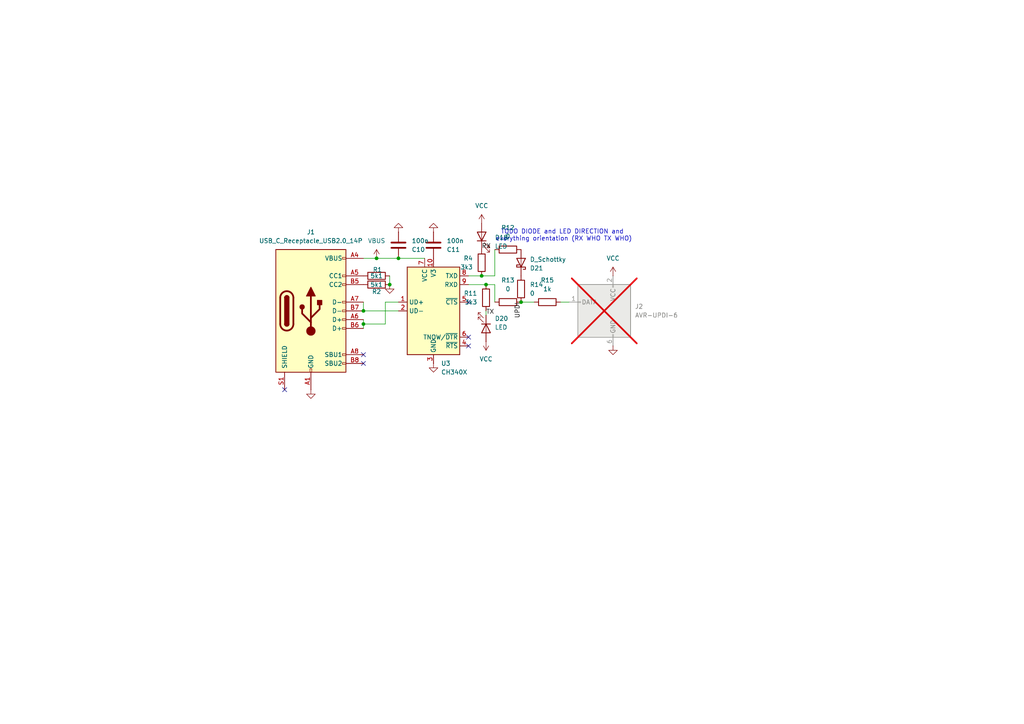
<source format=kicad_sch>
(kicad_sch (version 20231120) (generator "eeschema") (generator_version "8.0")
  (paper "A4")
  (lib_symbols
    (symbol "Connector:AVR-UPDI-6" (pin_names (offset 1.016))
      (property "Reference" "J" (at -6.35 8.89 0))
      (property "Value" "AVR-UPDI-6" (at 0 8.89 0))
      (symbol "AVR-UPDI-6_0_1"
        (rectangle (start -2.667 -6.858) (end -2.413 -7.62))
        (rectangle (start -2.667 7.62) (end -2.413 6.858))
        (rectangle (start 7.62 2.667) (end 6.858 2.413))
        (rectangle (start 7.62 7.62) (end -7.62 -7.62) (stroke (width 0.254)) (fill (type background)))
      )
      (symbol "AVR-UPDI-6_1_1"
        (pin passive line (at 10.16 2.54 180) (length 2.54) (name "DATA") (number "1"))
        (pin passive line (at -2.54 10.16 270) (length 2.54) (name "VCC") (number "2"))
        (pin no_connect line (at 7.62 0 180) (length 2.54) hide (name "NC") (number "3"))
        (pin no_connect line (at 7.62 -2.54 180) (length 2.54) hide (name "NC") (number "4"))
        (pin no_connect line (at 7.62 -5.08 180) (length 2.54) hide (name "NC") (number "5"))
        (pin passive line (at -2.54 -10.16 90) (length 2.54) (name "GND") (number "6"))
      )
    )
    (symbol "Connector:USB_C_Receptacle_USB2.0_16P" (pin_names (offset 1.016))
      (property "Reference" "J" (at 0 22.225 0))
      (property "Value" "USB_C_Receptacle_USB2.0_16P" (at 0 19.685 0))
      (symbol "USB_C_Receptacle_USB2.0_16P_0_0"
        (rectangle (start -0.254 -17.78) (end 0.254 -16.764))
        (rectangle (start 10.16 -14.986) (end 9.144 -15.494))
        (rectangle (start 10.16 -12.446) (end 9.144 -12.954))
        (rectangle (start 10.16 -4.826) (end 9.144 -5.334))
        (rectangle (start 10.16 -2.286) (end 9.144 -2.794))
        (rectangle (start 10.16 0.254) (end 9.144 -0.254))
        (rectangle (start 10.16 2.794) (end 9.144 2.286))
        (rectangle (start 10.16 7.874) (end 9.144 7.366))
        (rectangle (start 10.16 10.414) (end 9.144 9.906))
        (rectangle (start 10.16 15.494) (end 9.144 14.986))
      )
      (symbol "USB_C_Receptacle_USB2.0_16P_0_1"
        (rectangle (start -10.16 17.78) (end 10.16 -17.78) (stroke (width 0.254)) (fill (type background)))
        (arc (start -8.89 -3.81) (mid -6.985 -5.7067) (end -5.08 -3.81) (stroke (width 0.508)))
        (arc (start -7.62 -3.81) (mid -6.985 -4.4423) (end -6.35 -3.81) (stroke (width 0.254)))
        (arc (start -7.62 -3.81) (mid -6.985 -4.4423) (end -6.35 -3.81) (stroke (width 0.254)) (fill (type outline)))
        (rectangle (start -7.62 -3.81) (end -6.35 3.81) (stroke (width 0.254)) (fill (type outline)))
        (arc (start -6.35 3.81) (mid -6.985 4.4423) (end -7.62 3.81) (stroke (width 0.254)))
        (arc (start -6.35 3.81) (mid -6.985 4.4423) (end -7.62 3.81) (stroke (width 0.254)) (fill (type outline)))
        (arc (start -5.08 3.81) (mid -6.985 5.7067) (end -8.89 3.81) (stroke (width 0.508)))
        (circle (center -2.54 1.143) (radius 0.635) (stroke (width 0.254)) (fill (type outline)))
        (circle (center 0 -5.842) (radius 1.27) (fill (type outline)))
        (polyline (pts (xy -8.89 -3.81) (xy -8.89 3.81)) (stroke (width 0.508)))
        (polyline (pts (xy -5.08 3.81) (xy -5.08 -3.81)) (stroke (width 0.508)))
        (polyline (pts (xy 0 -5.842) (xy 0 4.318)) (stroke (width 0.508)))
        (polyline (pts (xy 0 -3.302) (xy -2.54 -0.762) (xy -2.54 0.508)) (stroke (width 0.508)))
        (polyline (pts (xy 0 -2.032) (xy 2.54 0.508) (xy 2.54 1.778)) (stroke (width 0.508)))
        (polyline (pts (xy -1.27 4.318) (xy 0 6.858) (xy 1.27 4.318) (xy -1.27 4.318)) (stroke (width 0.254)) (fill (type outline)))
        (rectangle (start 1.905 1.778) (end 3.175 3.048) (stroke (width 0.254)) (fill (type outline)))
      )
      (symbol "USB_C_Receptacle_USB2.0_16P_1_1"
        (pin passive line (at 0 -22.86 90) (length 5.08) (name "GND") (number "A1"))
        (pin passive line (at 0 -22.86 90) (length 5.08) hide (name "GND") (number "A12"))
        (pin passive line (at 15.24 15.24 180) (length 5.08) (name "VBUS") (number "A4"))
        (pin bidirectional line (at 15.24 10.16 180) (length 5.08) (name "CC1") (number "A5"))
        (pin bidirectional line (at 15.24 -2.54 180) (length 5.08) (name "D+") (number "A6"))
        (pin bidirectional line (at 15.24 2.54 180) (length 5.08) (name "D-") (number "A7"))
        (pin bidirectional line (at 15.24 -12.7 180) (length 5.08) (name "SBU1") (number "A8"))
        (pin passive line (at 15.24 15.24 180) (length 5.08) hide (name "VBUS") (number "A9"))
        (pin passive line (at 0 -22.86 90) (length 5.08) hide (name "GND") (number "B1"))
        (pin passive line (at 0 -22.86 90) (length 5.08) hide (name "GND") (number "B12"))
        (pin passive line (at 15.24 15.24 180) (length 5.08) hide (name "VBUS") (number "B4"))
        (pin bidirectional line (at 15.24 7.62 180) (length 5.08) (name "CC2") (number "B5"))
        (pin bidirectional line (at 15.24 -5.08 180) (length 5.08) (name "D+") (number "B6"))
        (pin bidirectional line (at 15.24 0 180) (length 5.08) (name "D-") (number "B7"))
        (pin bidirectional line (at 15.24 -15.24 180) (length 5.08) (name "SBU2") (number "B8"))
        (pin passive line (at 15.24 15.24 180) (length 5.08) hide (name "VBUS") (number "B9"))
        (pin passive line (at -7.62 -22.86 90) (length 5.08) (name "SHIELD") (number "S1"))
      )
    )
    (symbol "Device:C" (pin_numbers hide) (pin_names (offset 0.254))
      (property "Reference" "C" (at 0.635 2.54 0))
      (property "Value" "C" (at 0.635 -2.54 0))
      (symbol "C_0_1"
        (polyline (pts (xy -2.032 -0.762) (xy 2.032 -0.762)) (stroke (width 0.508)))
        (polyline (pts (xy -2.032 0.762) (xy 2.032 0.762)) (stroke (width 0.508)))
      )
      (symbol "C_1_1"
        (pin passive line (at 0 3.81 270) (length 2.794) (name "~") (number "1"))
        (pin passive line (at 0 -3.81 90) (length 2.794) (name "~") (number "2"))
      )
    )
    (symbol "Device:D_Schottky" (pin_numbers hide) (pin_names (offset 1.016) hide)
      (property "Reference" "D" (at 0 2.54 0))
      (property "Value" "D_Schottky" (at 0 -2.54 0))
      (symbol "D_Schottky_0_1"
        (polyline (pts (xy 1.27 0) (xy -1.27 0)))
        (polyline (pts (xy 1.27 1.27) (xy 1.27 -1.27) (xy -1.27 0) (xy 1.27 1.27)) (stroke (width 0.254)))
        (polyline (pts (xy -1.905 0.635) (xy -1.905 1.27) (xy -1.27 1.27) (xy -1.27 -1.27) (xy -0.635 -1.27) (xy -0.635 -0.635)) (stroke (width 0.254)))
      )
      (symbol "D_Schottky_1_1"
        (pin passive line (at -3.81 0 0) (length 2.54) (name "K") (number "1"))
        (pin passive line (at 3.81 0 180) (length 2.54) (name "A") (number "2"))
      )
    )
    (symbol "Device:LED" (pin_numbers hide) (pin_names (offset 1.016) hide)
      (property "Reference" "D" (at 0 2.54 0))
      (property "Value" "LED" (at 0 -2.54 0))
      (symbol "LED_0_1"
        (polyline (pts (xy -1.27 -1.27) (xy -1.27 1.27)) (stroke (width 0.254)))
        (polyline (pts (xy -1.27 0) (xy 1.27 0)))
        (polyline (pts (xy 1.27 -1.27) (xy 1.27 1.27) (xy -1.27 0) (xy 1.27 -1.27)) (stroke (width 0.254)))
        (polyline (pts (xy -3.048 -0.762) (xy -4.572 -2.286) (xy -3.81 -2.286) (xy -4.572 -2.286) (xy -4.572 -1.524)))
        (polyline (pts (xy -1.778 -0.762) (xy -3.302 -2.286) (xy -2.54 -2.286) (xy -3.302 -2.286) (xy -3.302 -1.524)))
      )
      (symbol "LED_1_1"
        (pin passive line (at -3.81 0 0) (length 2.54) (name "K") (number "1"))
        (pin passive line (at 3.81 0 180) (length 2.54) (name "A") (number "2"))
      )
    )
    (symbol "Device:R" (pin_numbers hide) (pin_names (offset 0))
      (property "Reference" "R" (at 2.032 0 90))
      (property "Value" "R" (at 0 0 90))
      (symbol "R_0_1"
        (rectangle (start -1.016 -2.54) (end 1.016 2.54) (stroke (width 0.254)))
      )
      (symbol "R_1_1"
        (pin passive line (at 0 3.81 270) (length 1.27) (name "~") (number "1"))
        (pin passive line (at 0 -3.81 90) (length 1.27) (name "~") (number "2"))
      )
    )
    (symbol "Interface_USB:CH340X"
      (property "Reference" "U" (at -5.08 13.97 0))
      (property "Value" "CH340X" (at 1.27 13.97 0))
      (symbol "CH340X_0_1"
        (rectangle (start -7.62 12.7) (end 7.62 -12.7) (stroke (width 0.254)) (fill (type background)))
      )
      (symbol "CH340X_1_1"
        (pin bidirectional line (at -10.16 2.54 0) (length 2.54) (name "UD+") (number "1"))
        (pin power_out line (at 0 15.24 270) (length 2.54) (name "V3") (number "10"))
        (pin bidirectional line (at -10.16 0 0) (length 2.54) (name "UD-") (number "2"))
        (pin power_in line (at 0 -15.24 90) (length 2.54) (name "GND") (number "3"))
        (pin output line (at 10.16 -10.16 180) (length 2.54) (name "~{RTS}") (number "4"))
        (pin input line (at 10.16 2.54 180) (length 2.54) (name "~{CTS}") (number "5"))
        (pin output line (at 10.16 -7.62 180) (length 2.54) (name "TNOW/~{DTR}") (number "6"))
        (pin power_in line (at -2.54 15.24 270) (length 2.54) (name "VCC") (number "7"))
        (pin output line (at 10.16 10.16 180) (length 2.54) (name "TXD") (number "8"))
        (pin input line (at 10.16 7.62 180) (length 2.54) (name "RXD") (number "9"))
      )
    )
    (symbol "power:GND" (power) (pin_numbers hide) (pin_names (offset 0) hide)
      (property "Value" "GND" (at 0 -3.81 0))
      (symbol "GND_0_1"
        (polyline (pts (xy 0 0) (xy 0 -1.27) (xy 1.27 -1.27) (xy 0 -2.54) (xy -1.27 -1.27) (xy 0 -1.27)))
      )
      (symbol "GND_1_1"
        (pin power_in line (at 0 0 270) (length 0) (name "~") (number "1"))
      )
    )
    (symbol "power:VBUS" (power) (pin_numbers hide) (pin_names (offset 0) hide)
      (property "Value" "VBUS" (at 0 3.556 0))
      (symbol "VBUS_0_1"
        (polyline (pts (xy -0.762 1.27) (xy 0 2.54)))
        (polyline (pts (xy 0 0) (xy 0 2.54)))
        (polyline (pts (xy 0 2.54) (xy 0.762 1.27)))
      )
      (symbol "VBUS_1_1"
        (pin power_in line (at 0 0 90) (length 0) (name "~") (number "1"))
      )
    )
    (symbol "power:VCC" (power) (pin_numbers hide) (pin_names (offset 0) hide)
      (property "Value" "VCC" (at 0 3.556 0))
      (symbol "VCC_0_1"
        (polyline (pts (xy -0.762 1.27) (xy 0 2.54)))
        (polyline (pts (xy 0 0) (xy 0 2.54)))
        (polyline (pts (xy 0 2.54) (xy 0.762 1.27)))
      )
      (symbol "VCC_1_1"
        (pin power_in line (at 0 0 90) (length 0) (name "~") (number "1"))
      )
    )
  )
  (junction (at 105.41 90.17))
  (junction (at 139.7 80.01))
  (junction (at 151.13 87.63))
  (junction (at 140.97 82.55))
  (junction (at 113.03 82.55))
  (junction (at 105.41 93.98))
  (junction (at 109.22 74.93))
  (junction (at 115.57 74.93))
  (no_connect (at 135.89 97.79))
  (no_connect (at 135.89 87.63))
  (no_connect (at 105.41 105.41))
  (no_connect (at 82.55 113.03))
  (no_connect (at 135.89 100.33))
  (no_connect (at 105.41 102.87))
  (wire (pts (xy 109.22 74.93) (xy 115.57 74.93)))
  (wire (pts (xy 140.97 91.44) (xy 140.97 90.17)))
  (wire (pts (xy 105.41 93.98) (xy 105.41 95.25)))
  (wire (pts (xy 140.97 82.55) (xy 143.51 82.55)))
  (wire (pts (xy 105.41 90.17) (xy 115.57 90.17)))
  (wire (pts (xy 105.41 93.98) (xy 111.76 93.98)))
  (wire (pts (xy 111.76 93.98) (xy 111.76 87.63)))
  (wire (pts (xy 115.57 74.93) (xy 123.19 74.93)))
  (wire (pts (xy 111.76 87.63) (xy 115.57 87.63)))
  (wire (pts (xy 151.13 87.63) (xy 154.94 87.63)))
  (wire (pts (xy 105.41 92.71) (xy 105.41 93.98)))
  (wire (pts (xy 162.56 87.63) (xy 165.1 87.63)))
  (wire (pts (xy 143.51 80.01) (xy 143.51 72.39)))
  (wire (pts (xy 105.41 87.63) (xy 105.41 90.17)))
  (wire (pts (xy 139.7 80.01) (xy 143.51 80.01)))
  (wire (pts (xy 143.51 82.55) (xy 143.51 87.63)))
  (wire (pts (xy 109.22 74.93) (xy 105.41 74.93)))
  (wire (pts (xy 113.03 80.01) (xy 113.03 82.55)))
  (wire (pts (xy 135.89 80.01) (xy 139.7 80.01)))
  (wire (pts (xy 135.89 82.55) (xy 140.97 82.55)))
  (text "TODO DIODE and LED DIRECTION and \neverything orientation (RX WHO TX WHO)" (at 163.576 68.326 0) (effects (font (size 1.27 1.27))))
  (label "UPDI" (at 151.13 87.63 270))
  (label "RX" (at 139.7 72.39 0))
  (label "TX" (at 140.97 91.44 0))
  (symbol (lib_id "power:VBUS") (at 109.22 74.93 0) (unit 1)
    (property "Reference" "#PWR03" (effects (hide yes)))
    (property "Value" "VBUS" (at 109.22 69.85 0))
    (property "Description" "Power symbol creates a global label with name \"VBUS\"" (effects (hide yes)))
  )
  (symbol (lib_id "power:VCC") (at 140.97 99.06 180) (unit 1)
    (property "Reference" "#PWR037" (effects (hide yes)))
    (property "Value" "VCC" (at 140.97 104.14 0))
    (property "Description" "Power symbol creates a global label with name \"VCC\"" (effects (hide yes)))
  )
  (symbol (lib_id "Device:R") (at 109.22 80.01 90) (unit 1)
    (property "Reference" "R1" (at 109.474 78.232 90))
    (property "Value" "5k1" (at 109.22 80.01 90))
    (property "Footprint" "Resistor_SMD:R_0402_1005Metric" (effects (hide yes)))
    (property "Description" "Resistor" (effects (hide yes)))
  )
  (symbol (lib_id "Device:R") (at 151.13 83.82 180) (unit 1)
    (property "Reference" "R14" (at 153.67 82.5499 0) (effects (justify right)))
    (property "Value" "0" (at 153.67 85.0899 0) (effects (justify right)))
    (property "Footprint" "Resistor_SMD:R_0402_1005Metric" (effects (hide yes)))
    (property "Description" "Resistor" (effects (hide yes)))
  )
  (symbol (lib_id "Device:R") (at 139.7 76.2 0) (unit 1)
    (property "Reference" "R4" (at 137.16 74.9299 0) (effects (justify right)))
    (property "Value" "3k3" (at 137.16 77.4699 0) (effects (justify right)))
    (property "Footprint" "Resistor_SMD:R_0402_1005Metric" (effects (hide yes)))
    (property "Description" "Resistor" (effects (hide yes)))
  )
  (symbol (lib_id "Device:D_Schottky") (at 151.13 76.2 270) (mirror x) (unit 1)
    (property "Reference" "D21" (at 153.67 77.7876 90) (effects (justify left)))
    (property "Value" "D_Schottky" (at 153.67 75.2476 90) (effects (justify left)))
    (property "Footprint" "Diode_SMD:D_SOD-523" (effects (hide yes)))
    (property "Description" "Schottky diode" (effects (hide yes)))
  )
  (symbol (lib_id "Connector:AVR-UPDI-6") (at 175.26 90.17 0) (mirror y) (unit 1) (dnp yes)
    (property "Reference" "J2" (at 184.15 88.8999 0) (effects (justify right)))
    (property "Value" "AVR-UPDI-6" (at 184.15 91.4399 0) (effects (justify right)))
    (property "Footprint" "Connector_PinSocket_2.54mm:PinSocket_2x03_P2.54mm_Vertical" (effects (hide yes)))
    (property "Datasheet" "https://www.microchip.com/webdoc/GUID-9D10622A-5C16-4405-B092-1BDD437B4976/index.html?GUID-9B349315-2842-4189-B88C-49F4E1055D7F" (effects (hide yes)))
    (property "Description" "Atmel 6-pin UPDI connector" (effects (hide yes)))
  )
  (symbol (lib_id "Device:R") (at 140.97 86.36 0) (unit 1)
    (property "Reference" "R11" (at 138.43 85.0899 0) (effects (justify right)))
    (property "Value" "3k3" (at 138.43 87.6299 0) (effects (justify right)))
    (property "Footprint" "Resistor_SMD:R_0402_1005Metric" (effects (hide yes)))
    (property "Description" "Resistor" (effects (hide yes)))
  )
  (symbol (lib_id "Device:C") (at 115.57 71.12 0) (mirror x) (unit 1)
    (property "Reference" "C10" (at 119.38 72.3901 0) (effects (justify left)))
    (property "Value" "100n" (at 119.38 69.8501 0) (effects (justify left)))
    (property "Footprint" "Capacitor_SMD:C_0402_1005Metric" (effects (hide yes)))
    (property "Description" "Unpolarized capacitor" (effects (hide yes)))
  )
  (symbol (lib_id "power:GND") (at 115.57 67.31 180) (unit 1)
    (property "Reference" "#PWR05" (effects (hide yes)))
    (property "Value" "GND" (effects (hide yes)))
    (property "Description" "Power symbol creates a global label with name \"GND\" , ground" (effects (hide yes)))
  )
  (symbol (lib_id "Device:C") (at 125.73 71.12 0) (mirror x) (unit 1)
    (property "Reference" "C11" (at 129.54 72.3901 0) (effects (justify left)))
    (property "Value" "100n" (at 129.54 69.8501 0) (effects (justify left)))
    (property "Footprint" "Capacitor_SMD:C_0402_1005Metric" (effects (hide yes)))
    (property "Description" "Unpolarized capacitor" (effects (hide yes)))
  )
  (symbol (lib_id "Device:R") (at 147.32 72.39 90) (unit 1)
    (property "Reference" "R12" (at 147.32 66.04 90))
    (property "Value" "0" (at 147.32 68.58 90))
    (property "Footprint" "Resistor_SMD:R_0402_1005Metric" (effects (hide yes)))
    (property "Description" "Resistor" (effects (hide yes)))
  )
  (symbol (lib_id "power:GND") (at 90.17 113.03 0) (unit 1)
    (property "Reference" "#PWR02" (effects (hide yes)))
    (property "Value" "GND" (effects (hide yes)))
    (property "Description" "Power symbol creates a global label with name \"GND\" , ground" (effects (hide yes)))
  )
  (symbol (lib_id "power:VCC") (at 139.7 64.77 0) (unit 1)
    (property "Reference" "#PWR029" (effects (hide yes)))
    (property "Value" "VCC" (at 139.7 59.69 0))
    (property "Description" "Power symbol creates a global label with name \"VCC\"" (effects (hide yes)))
  )
  (symbol (lib_id "power:GND") (at 113.03 82.55 0) (unit 1)
    (property "Reference" "#PWR04" (effects (hide yes)))
    (property "Value" "GND" (effects (hide yes)))
    (property "Description" "Power symbol creates a global label with name \"GND\" , ground" (effects (hide yes)))
  )
  (symbol (lib_id "Device:R") (at 147.32 87.63 90) (unit 1)
    (property "Reference" "R13" (at 147.32 81.28 90))
    (property "Value" "0" (at 147.32 83.82 90))
    (property "Footprint" "Resistor_SMD:R_0402_1005Metric" (effects (hide yes)))
    (property "Description" "Resistor" (effects (hide yes)))
  )
  (symbol (lib_id "power:VCC") (at 177.8 80.01 0) (unit 1)
    (property "Reference" "#PWR038" (effects (hide yes)))
    (property "Value" "VCC" (at 177.8 74.93 0))
    (property "Description" "Power symbol creates a global label with name \"VCC\"" (effects (hide yes)))
  )
  (symbol (lib_id "power:GND") (at 125.73 67.31 180) (unit 1)
    (property "Reference" "#PWR014" (effects (hide yes)))
    (property "Value" "GND" (effects (hide yes)))
    (property "Description" "Power symbol creates a global label with name \"GND\" , ground" (effects (hide yes)))
  )
  (symbol (lib_id "Device:R") (at 109.22 82.55 90) (unit 1)
    (property "Reference" "R2" (at 109.22 84.582 90))
    (property "Value" "5k1" (at 109.22 82.55 90))
    (property "Footprint" "Resistor_SMD:R_0402_1005Metric" (effects (hide yes)))
    (property "Description" "Resistor" (effects (hide yes)))
  )
  (symbol (lib_id "Device:LED") (at 140.97 95.25 270) (unit 1)
    (property "Reference" "D20" (at 143.51 92.3924 90) (effects (justify left)))
    (property "Value" "LED" (at 143.51 94.9324 90) (effects (justify left)))
    (property "Footprint" "LED_SMD:LED_0402_1005Metric" (effects (hide yes)))
    (property "Description" "Light emitting diode" (effects (hide yes)))
  )
  (symbol (lib_id "power:GND") (at 177.8 100.33 0) (unit 1)
    (property "Reference" "#PWR039" (effects (hide yes)))
    (property "Value" "GND" (effects (hide yes)))
    (property "Description" "Power symbol creates a global label with name \"GND\" , ground" (effects (hide yes)))
  )
  (symbol (lib_id "power:GND") (at 125.73 105.41 0) (unit 1)
    (property "Reference" "#PWR015" (effects (hide yes)))
    (property "Value" "GND" (effects (hide yes)))
    (property "Description" "Power symbol creates a global label with name \"GND\" , ground" (effects (hide yes)))
  )
  (symbol (lib_id "Device:R") (at 158.75 87.63 90) (unit 1)
    (property "Reference" "R15" (at 158.75 81.28 90))
    (property "Value" "1k" (at 158.75 83.82 90))
    (property "Footprint" "Resistor_SMD:R_0402_1005Metric" (effects (hide yes)))
    (property "Description" "Resistor" (effects (hide yes)))
  )
  (symbol (lib_id "Interface_USB:CH340X") (at 125.73 90.17 0) (unit 1)
    (property "Reference" "U3" (at 127.9241 105.41 0) (effects (justify left)))
    (property "Value" "CH340X" (at 127.9241 107.95 0) (effects (justify left)))
    (property "Footprint" "Package_SO:MSOP-10_3x3mm_P0.5mm" (effects (hide yes)))
    (property "Datasheet" "https://cdn.sparkfun.com/assets/5/0/a/8/5/CH340DS1.PDF" (effects (hide yes)))
    (property "Description" "USB serial converter, 5V-tolerant IO, UART, MSOP-10" (effects (hide yes)))
  )
  (symbol (lib_id "Connector:USB_C_Receptacle_USB2.0_16P") (at 90.17 90.17 0) (unit 1)
    (property "Reference" "J1" (at 90.17 67.31 0))
    (property "Value" "USB_C_Receptacle_USB2.0_14P" (at 90.17 69.85 0))
    (property "Footprint" "Connector_USB:USB_C_Receptacle_HRO_TYPE-C-31-M-12" (effects (hide yes)))
    (property "Datasheet" "https://www.usb.org/sites/default/files/documents/usb_type-c.zip" (effects (hide yes)))
    (property "Description" "USB 2.0-only 16P Type-C Receptacle connector" (effects (hide yes)))
  )
  (symbol (lib_id "Device:LED") (at 139.7 68.58 90) (unit 1)
    (property "Reference" "D18" (at 143.51 68.8974 90) (effects (justify right)))
    (property "Value" "LED" (at 143.51 71.4374 90) (effects (justify right)))
    (property "Footprint" "LED_SMD:LED_0402_1005Metric" (effects (hide yes)))
    (property "Description" "Light emitting diode" (effects (hide yes)))
  )
)
</source>
